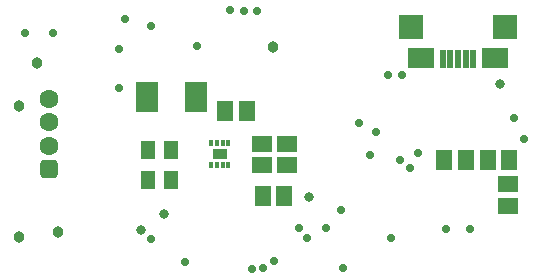
<source format=gbr>
G04*
G04 #@! TF.GenerationSoftware,Altium Limited,Altium Designer,23.0.1 (38)*
G04*
G04 Layer_Color=16711935*
%FSLAX25Y25*%
%MOIN*%
G70*
G04*
G04 #@! TF.SameCoordinates,7EA281D9-4360-43E8-82A8-E858FA6B50C7*
G04*
G04*
G04 #@! TF.FilePolarity,Negative*
G04*
G01*
G75*
%ADD35R,0.04934X0.06115*%
%ADD36R,0.06706X0.05524*%
G04:AMPARAMS|DCode=41|XSize=63.12mil|YSize=63.12mil|CornerRadius=17.78mil|HoleSize=0mil|Usage=FLASHONLY|Rotation=90.000|XOffset=0mil|YOffset=0mil|HoleType=Round|Shape=RoundedRectangle|*
%AMROUNDEDRECTD41*
21,1,0.06312,0.02756,0,0,90.0*
21,1,0.02756,0.06312,0,0,90.0*
1,1,0.03556,0.01378,0.01378*
1,1,0.03556,0.01378,-0.01378*
1,1,0.03556,-0.01378,-0.01378*
1,1,0.03556,-0.01378,0.01378*
%
%ADD41ROUNDEDRECTD41*%
%ADD42C,0.06312*%
%ADD43C,0.02800*%
%ADD44C,0.03800*%
%ADD45C,0.03300*%
%ADD65R,0.07480X0.09843*%
%ADD69R,0.09068X0.07099*%
%ADD70R,0.02375X0.06115*%
%ADD71R,0.07887X0.08280*%
%ADD72R,0.05524X0.06706*%
%ADD73R,0.01502X0.02388*%
%ADD74R,0.05124X0.03550*%
D35*
X355161Y244500D02*
D03*
X362839D02*
D03*
X355161Y234500D02*
D03*
X362839D02*
D03*
D36*
X475000Y225957D02*
D03*
X401500Y239457D02*
D03*
Y246543D02*
D03*
X393000Y239457D02*
D03*
Y246543D02*
D03*
X475000Y233043D02*
D03*
D41*
X322000Y238000D02*
D03*
D42*
Y245874D02*
D03*
Y253748D02*
D03*
Y261622D02*
D03*
D43*
X480500Y248000D02*
D03*
X420000Y205000D02*
D03*
X382500Y291000D02*
D03*
X389772Y204768D02*
D03*
X397000Y207550D02*
D03*
X393500Y205000D02*
D03*
X445047Y243547D02*
D03*
X462304Y218133D02*
D03*
X454500Y218200D02*
D03*
X323500Y283500D02*
D03*
X314000D02*
D03*
X429000Y242900D02*
D03*
X439000Y241000D02*
D03*
X391500Y290900D02*
D03*
X367500Y207000D02*
D03*
X436000Y215000D02*
D03*
X414626Y218374D02*
D03*
X408000Y215000D02*
D03*
X405500Y218500D02*
D03*
X419500Y224500D02*
D03*
X356000Y214785D02*
D03*
X442500Y238500D02*
D03*
X347500Y288000D02*
D03*
X356000Y285950D02*
D03*
X387000Y290750D02*
D03*
X425500Y253500D02*
D03*
X435000Y269500D02*
D03*
X431093Y250448D02*
D03*
X371349Y279207D02*
D03*
X345500Y265000D02*
D03*
X439700Y269409D02*
D03*
X477000Y255000D02*
D03*
X345354Y278146D02*
D03*
D44*
X312000Y259000D02*
D03*
X318000Y273500D02*
D03*
X396818Y278726D02*
D03*
X325000Y217000D02*
D03*
X312000Y215500D02*
D03*
D45*
X352835Y217835D02*
D03*
X408920Y228969D02*
D03*
X360523Y223129D02*
D03*
X472500Y266500D02*
D03*
D65*
X371071Y262000D02*
D03*
X354929D02*
D03*
D69*
X470705Y275291D02*
D03*
X446295Y275276D02*
D03*
D70*
X463618Y274685D02*
D03*
X461059D02*
D03*
X458500D02*
D03*
X455941D02*
D03*
X453382D02*
D03*
D71*
X442752Y285315D02*
D03*
X474248D02*
D03*
D72*
X461043Y241000D02*
D03*
X453957D02*
D03*
X468457D02*
D03*
X475543D02*
D03*
X400547Y229047D02*
D03*
X393461D02*
D03*
X380913Y257500D02*
D03*
X388000D02*
D03*
D73*
X381953Y239348D02*
D03*
X379984D02*
D03*
X378016D02*
D03*
X376047D02*
D03*
Y246652D02*
D03*
X378016D02*
D03*
X379984D02*
D03*
X381953D02*
D03*
D74*
X379000Y243000D02*
D03*
M02*

</source>
